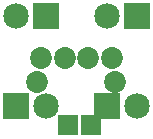
<source format=gbs>
G04 MADE WITH FRITZING*
G04 WWW.FRITZING.ORG*
G04 DOUBLE SIDED*
G04 HOLES PLATED*
G04 CONTOUR ON CENTER OF CONTOUR VECTOR*
%ASAXBY*%
%FSLAX23Y23*%
%MOIN*%
%OFA0B0*%
%SFA1.0B1.0*%
%ADD10C,0.029685*%
%ADD11C,0.085000*%
%ADD12C,0.072992*%
%ADD13R,0.085000X0.085000*%
%ADD14R,0.069055X0.069055*%
%LNMASK0*%
G90*
G70*
G54D10*
X302Y40D03*
X224Y40D03*
G54D11*
X357Y105D03*
X457Y105D03*
X55Y105D03*
X155Y105D03*
X155Y406D03*
X55Y406D03*
X457Y406D03*
X357Y406D03*
G54D12*
X374Y266D03*
X295Y266D03*
X216Y266D03*
X137Y266D03*
X125Y185D03*
X385Y185D03*
G54D13*
X357Y105D03*
X55Y105D03*
X155Y406D03*
X457Y406D03*
G54D14*
X303Y40D03*
X226Y40D03*
G04 End of Mask0*
M02*
</source>
